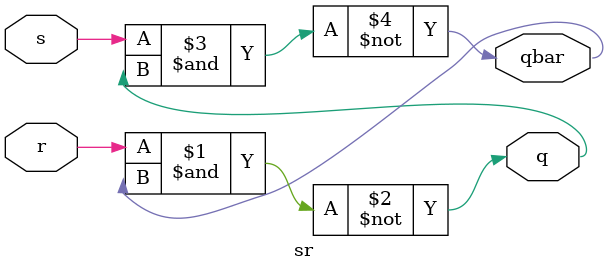
<source format=v>
module sr (
    output q,        // Ausgang Q
    output qbar,     // Komplementärer Ausgang Qbar
    input  s,        // Set-Eingang
    input  r         // Reset-Eingang
);

// SR-Latch auf Basis von zwei wechselseitig verbundenen NAND-Gattern
// Dieses Design nutzt rekursive kontinuierliche Zuweisungen (assign), 
// wodurch ein Speicherverhalten entsteht.
//
// Funktionsweise (logisch gesehen):
//  - s = 1, r = 0 → Set (Q=1, Qbar=0)
//  - s = 0, r = 1 → Reset (Q=0, Qbar=1)
//  - s = 1, r = 1 → Haltezustand (vorheriger Zustand bleibt erhalten)
//  - s = 0, r = 0 → Ungültiger Zustand (beide Ausgänge auf 1 → nicht erlaubt!)

    assign q    = ~(r & qbar);  // NOR-Gatter als NAND mit Invertierung
    assign qbar = ~(s & q);     // Rekursive Definition erzeugt bistabiles Verhalten

endmodule

</source>
